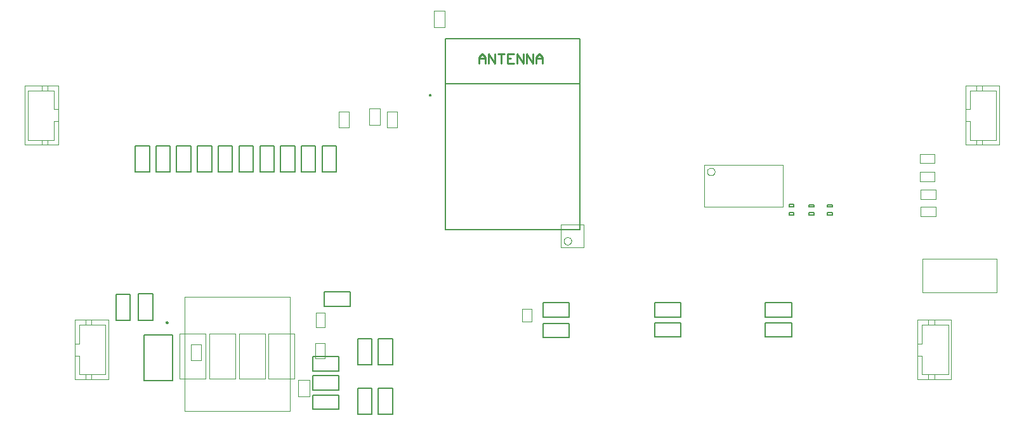
<source format=gbr>
%FSTAX23Y23*%
%MOIN*%
%SFA1B1*%

%IPPOS*%
%ADD12C,0.007874*%
%ADD13C,0.003937*%
%ADD14C,0.010000*%
%ADD15C,0.005000*%
%LNbrushed_pcb_mechanical_13-1*%
%LPD*%
G54D12*
X-00429Y006D02*
D01*
X-00429Y006*
X-00429Y006*
X-00429Y00601*
X-00429Y00601*
X-00429Y00601*
X-00429Y00601*
X-00429Y00602*
X-00429Y00602*
X-00429Y00602*
X-0043Y00602*
X-0043Y00603*
X-0043Y00603*
X-0043Y00603*
X-0043Y00603*
X-00431Y00603*
X-00431Y00603*
X-00431Y00604*
X-00431Y00604*
X-00432Y00604*
X-00432Y00604*
X-00432Y00604*
X-00432Y00604*
X-00433*
X-00433Y00604*
X-00433Y00604*
X-00434Y00604*
X-00434Y00604*
X-00434Y00604*
X-00434Y00603*
X-00435Y00603*
X-00435Y00603*
X-00435Y00603*
X-00435Y00603*
X-00435Y00603*
X-00436Y00602*
X-00436Y00602*
X-00436Y00602*
X-00436Y00602*
X-00436Y00601*
X-00436Y00601*
X-00436Y00601*
X-00436Y00601*
X-00436Y006*
X-00436Y006*
X-00437Y006*
X-00436Y006*
X-00436Y00599*
X-00436Y00599*
X-00436Y00599*
X-00436Y00599*
X-00436Y00598*
X-00436Y00598*
X-00436Y00598*
X-00436Y00598*
X-00436Y00597*
X-00435Y00597*
X-00435Y00597*
X-00435Y00597*
X-00435Y00597*
X-00435Y00596*
X-00434Y00596*
X-00434Y00596*
X-00434Y00596*
X-00434Y00596*
X-00433Y00596*
X-00433Y00596*
X-00433Y00596*
X-00432*
X-00432Y00596*
X-00432Y00596*
X-00432Y00596*
X-00431Y00596*
X-00431Y00596*
X-00431Y00596*
X-00431Y00596*
X-0043Y00597*
X-0043Y00597*
X-0043Y00597*
X-0043Y00597*
X-0043Y00597*
X-00429Y00598*
X-00429Y00598*
X-00429Y00598*
X-00429Y00598*
X-00429Y00599*
X-00429Y00599*
X-00429Y00599*
X-00429Y00599*
X-00429Y006*
X-00429Y006*
X-01811Y-00595D02*
D01*
X-01811Y-00594*
X-01811Y-00594*
X-01811Y-00594*
X-01811Y-00594*
X-01812Y-00593*
X-01812Y-00593*
X-01812Y-00593*
X-01812Y-00593*
X-01812Y-00592*
X-01812Y-00592*
X-01812Y-00592*
X-01813Y-00592*
X-01813Y-00592*
X-01813Y-00591*
X-01813Y-00591*
X-01814Y-00591*
X-01814Y-00591*
X-01814Y-00591*
X-01814Y-00591*
X-01815Y-00591*
X-01815Y-00591*
X-01815Y-00591*
X-01815*
X-01816Y-00591*
X-01816Y-00591*
X-01816Y-00591*
X-01816Y-00591*
X-01817Y-00591*
X-01817Y-00591*
X-01817Y-00591*
X-01817Y-00591*
X-01818Y-00592*
X-01818Y-00592*
X-01818Y-00592*
X-01818Y-00592*
X-01818Y-00592*
X-01819Y-00593*
X-01819Y-00593*
X-01819Y-00593*
X-01819Y-00593*
X-01819Y-00594*
X-01819Y-00594*
X-01819Y-00594*
X-01819Y-00594*
X-01819Y-00595*
X-01819Y-00595*
X-01819Y-00595*
X-01819Y-00596*
X-01819Y-00596*
X-01819Y-00596*
X-01819Y-00596*
X-01819Y-00597*
X-01819Y-00597*
X-01818Y-00597*
X-01818Y-00597*
X-01818Y-00597*
X-01818Y-00598*
X-01818Y-00598*
X-01817Y-00598*
X-01817Y-00598*
X-01817Y-00598*
X-01817Y-00598*
X-01816Y-00598*
X-01816Y-00599*
X-01816Y-00599*
X-01816Y-00599*
X-01815Y-00599*
X-01815*
X-01815Y-00599*
X-01815Y-00599*
X-01814Y-00599*
X-01814Y-00598*
X-01814Y-00598*
X-01814Y-00598*
X-01813Y-00598*
X-01813Y-00598*
X-01813Y-00598*
X-01813Y-00598*
X-01812Y-00597*
X-01812Y-00597*
X-01812Y-00597*
X-01812Y-00597*
X-01812Y-00597*
X-01812Y-00596*
X-01812Y-00596*
X-01811Y-00596*
X-01811Y-00596*
X-01811Y-00595*
X-01811Y-00595*
X-01811Y-00595*
G54D13*
X01062Y00197D02*
D01*
X01062Y00199*
X01062Y002*
X01061Y00202*
X01061Y00203*
X01061Y00204*
X0106Y00205*
X01059Y00207*
X01059Y00208*
X01058Y00209*
X01057Y0021*
X01056Y00211*
X01055Y00212*
X01054Y00213*
X01053Y00214*
X01052Y00215*
X01051Y00215*
X01049Y00216*
X01048Y00216*
X01047Y00217*
X01045Y00217*
X01044Y00217*
X01043Y00217*
X01041*
X0104Y00217*
X01039Y00217*
X01037Y00217*
X01036Y00216*
X01035Y00216*
X01033Y00215*
X01032Y00215*
X01031Y00214*
X0103Y00213*
X01029Y00212*
X01028Y00211*
X01027Y0021*
X01026Y00209*
X01025Y00208*
X01025Y00207*
X01024Y00205*
X01024Y00204*
X01023Y00203*
X01023Y00202*
X01023Y002*
X01022Y00199*
X01022Y00197*
X01022Y00196*
X01023Y00195*
X01023Y00193*
X01023Y00192*
X01024Y00191*
X01024Y00189*
X01025Y00188*
X01025Y00187*
X01026Y00186*
X01027Y00185*
X01028Y00184*
X01029Y00183*
X0103Y00182*
X01031Y00181*
X01032Y0018*
X01033Y0018*
X01035Y00179*
X01036Y00179*
X01037Y00178*
X01039Y00178*
X0104Y00178*
X01041Y00178*
X01043*
X01044Y00178*
X01045Y00178*
X01047Y00178*
X01048Y00179*
X01049Y00179*
X01051Y0018*
X01052Y0018*
X01053Y00181*
X01054Y00182*
X01055Y00183*
X01056Y00184*
X01057Y00185*
X01058Y00186*
X01059Y00187*
X01059Y00188*
X0106Y00189*
X01061Y00191*
X01061Y00192*
X01061Y00193*
X01062Y00195*
X01062Y00196*
X01062Y00197*
X00309Y-00167D02*
D01*
X00309Y-00165*
X00308Y-00164*
X00308Y-00163*
X00308Y-00161*
X00307Y-0016*
X00307Y-00159*
X00306Y-00158*
X00306Y-00156*
X00305Y-00155*
X00304Y-00154*
X00303Y-00153*
X00302Y-00152*
X00301Y-00151*
X003Y-00151*
X00299Y-0015*
X00297Y-00149*
X00296Y-00149*
X00295Y-00148*
X00294Y-00148*
X00292Y-00147*
X00291Y-00147*
X0029Y-00147*
X00288*
X00287Y-00147*
X00285Y-00147*
X00284Y-00148*
X00283Y-00148*
X00281Y-00149*
X0028Y-00149*
X00279Y-0015*
X00278Y-00151*
X00277Y-00151*
X00276Y-00152*
X00275Y-00153*
X00274Y-00154*
X00273Y-00155*
X00272Y-00156*
X00271Y-00158*
X00271Y-00159*
X0027Y-0016*
X0027Y-00161*
X0027Y-00163*
X00269Y-00164*
X00269Y-00165*
X00269Y-00167*
X00269Y-00168*
X00269Y-0017*
X0027Y-00171*
X0027Y-00172*
X0027Y-00174*
X00271Y-00175*
X00271Y-00176*
X00272Y-00177*
X00273Y-00178*
X00274Y-00179*
X00275Y-0018*
X00276Y-00181*
X00277Y-00182*
X00278Y-00183*
X00279Y-00184*
X0028Y-00185*
X00281Y-00185*
X00283Y-00186*
X00284Y-00186*
X00285Y-00186*
X00287Y-00186*
X00288Y-00186*
X0029*
X00291Y-00186*
X00292Y-00186*
X00294Y-00186*
X00295Y-00186*
X00296Y-00185*
X00297Y-00185*
X00299Y-00184*
X003Y-00183*
X00301Y-00182*
X00302Y-00181*
X00303Y-0018*
X00304Y-00179*
X00305Y-00178*
X00306Y-00177*
X00306Y-00176*
X00307Y-00175*
X00307Y-00174*
X00308Y-00172*
X00308Y-00171*
X00308Y-0017*
X00309Y-00168*
X00309Y-00167*
X-01722Y-00462D02*
X-01171D01*
Y-01061D02*
Y-00462D01*
X-01722Y-01061D02*
X-01171D01*
X-01722D02*
Y-00462D01*
X-01689Y-00795D02*
X-01636D01*
X-01689Y-00712D02*
X-01636D01*
Y-00795D02*
Y-00712D01*
X-01689Y-00795D02*
Y-00712D01*
X02139Y00242D02*
X02218D01*
X02188D02*
X02218D01*
Y00291*
X02139D02*
X02218D01*
X02139Y00242D02*
Y00291D01*
Y00147D02*
X02218D01*
X02188D02*
X02218D01*
Y00197*
X02139D02*
X02218D01*
X02139Y00147D02*
Y00197D01*
X02143Y00053D02*
X02222D01*
X02192D02*
X02222D01*
Y00102*
X02143D02*
X02222D01*
X02143Y00053D02*
Y00102D01*
Y-00037D02*
X02222D01*
X02192D02*
X02222D01*
Y00012*
X02143D02*
X02222D01*
X02143Y-00037D02*
Y00012D01*
X02154Y-00436D02*
X02544D01*
X02154D02*
Y-00259D01*
X02544Y-00436D02*
Y-00259D01*
X02154D02*
X02544D01*
X02379Y00338D02*
Y00649D01*
X02556D01*
Y00338D02*
Y00649D01*
X02379Y00338D02*
X02556D01*
X0254Y00364D02*
Y00624D01*
X02379Y00462D02*
X02403D01*
X02468Y00338D02*
Y00364D01*
X02403Y00624D02*
X0254D01*
X02436D02*
Y00649D01*
X02468Y00624D02*
Y00649D01*
X02436Y00338D02*
Y00364D01*
X02403D02*
X0254D01*
X02379Y00525D02*
X02403D01*
Y00624*
Y00364D02*
Y00462D01*
X-0066Y00431D02*
Y00513D01*
X-00607Y00431D02*
Y00513D01*
X-0066D02*
X-00607D01*
X-0066Y00431D02*
X-00607D01*
X-00753Y00444D02*
X-00696D01*
X-00753Y00531D02*
X-00696D01*
Y00444D02*
Y00531D01*
X-00753Y00444D02*
Y00531D01*
X-01594Y-00655D02*
X-01456D01*
X-01594Y-00891D02*
X-01456D01*
Y-00655*
X-01594Y-00891D02*
Y-00655D01*
X-01438Y-00891D02*
X-01301D01*
X-01438Y-00655D02*
X-01301D01*
X-01438Y-00891D02*
Y-00655D01*
X-01301Y-00891D02*
Y-00655D01*
X-01283Y-00891D02*
X-01145D01*
X-01283Y-00655D02*
X-01145D01*
X-01283Y-00891D02*
Y-00655D01*
X-01145Y-00891D02*
Y-00655D01*
X-0175Y-00655D02*
X-01613D01*
X-0175Y-00891D02*
X-01613D01*
Y-00655*
X-0175Y-00891D02*
Y-00655D01*
X-01035Y-00783D02*
X-00986D01*
X-01035D02*
Y-00704D01*
X-00986*
Y-00734D02*
Y-00704D01*
Y-00783D02*
Y-00704D01*
X-01034Y-00622D02*
X-00985D01*
X-01034D02*
Y-00543D01*
X-00985*
Y-00573D02*
Y-00543D01*
Y-00622D02*
Y-00543D01*
X-01125Y-00984D02*
X-01068D01*
X-01125Y-00898D02*
X-01068D01*
X-01125Y-00984D02*
Y-00898D01*
X-01068Y-00984D02*
Y-00898D01*
X-02277Y-00868D02*
Y-00769D01*
Y-00706D02*
Y-00608D01*
X-02301Y-00706D02*
X-02277D01*
Y-00868D02*
X-02139D01*
X-02244Y-00893D02*
Y-00868D01*
X-02212Y-00608D02*
Y-00582D01*
X-02244Y-00608D02*
Y-00582D01*
X-02277Y-00608D02*
X-02139D01*
X-02212Y-00893D02*
Y-00868D01*
X-02301Y-00769D02*
X-02277D01*
X-02139Y-00868D02*
Y-00608D01*
X-02301Y-00893D02*
X-02124D01*
Y-00582D01*
X-02301D02*
X-02124D01*
X-02301Y-00893D02*
Y-00582D01*
X-02385Y00338D02*
Y00649D01*
X-02563Y00338D02*
X-02385D01*
X-02563D02*
Y00649D01*
X-02385D01*
X-02547Y00363D02*
Y00623D01*
X-02409Y00525D02*
X-02385D01*
X-02474Y00623D02*
Y00649D01*
X-02547Y00363D02*
X-02409D01*
X-02443Y00338D02*
Y00363D01*
X-02474Y00338D02*
Y00363D01*
X-02443Y00623D02*
Y00649D01*
X-02547Y00623D02*
X-02409D01*
Y00462D02*
X-02385D01*
X-02409Y00363D02*
Y00462D01*
Y00525D02*
Y00623D01*
X0005Y-00592D02*
X00099D01*
X0005D02*
Y-00525D01*
X00099*
Y-00592D02*
Y-00525D01*
X-00914Y00513D02*
X-00861D01*
X-00914Y00431D02*
X-00861D01*
X-00914D02*
Y00513D01*
X-00861Y00431D02*
Y00513D01*
X-00414Y01044D02*
X-00357D01*
X-00414Y00957D02*
X-00357D01*
Y01044*
X-00414Y00957D02*
Y01044D01*
X01007Y00233D02*
X0142D01*
X01007Y00012D02*
X0142D01*
X01007D02*
Y00233D01*
X0142Y00012D02*
Y00233D01*
X00253Y-00202D02*
Y-0008D01*
X00375Y-00202D02*
Y-0008D01*
X00253Y-00202D02*
X00375D01*
X00253Y-0008D02*
X00375D01*
X02128Y-00893D02*
Y-00582D01*
X02305D01*
X02305Y-00893D02*
Y-00582D01*
X02128Y-00893D02*
X02305D01*
X02289Y-00868D02*
Y-00608D01*
X02128Y-00769D02*
X02151D01*
X02216Y-00893D02*
Y-00868D01*
X02151Y-00608D02*
X02289D01*
X02185D02*
Y-00582D01*
X02216Y-00608D02*
Y-00582D01*
X02185Y-00893D02*
Y-00868D01*
X02151D02*
X02289D01*
X02128Y-00706D02*
X02151D01*
Y-00608*
Y-00868D02*
Y-00769D01*
G54D14*
X-00177Y00767D02*
Y00801D01*
X-0016Y00817*
X-00143Y00801*
Y00767*
Y00792*
X-00177*
X-00127Y00767D02*
Y00817D01*
X-00093Y00767*
Y00817*
X-00077D02*
X-00043D01*
X-0006*
Y00767*
X00006Y00817D02*
X-00027D01*
Y00767*
X00006*
X-00027Y00792D02*
X-0001D01*
X00022Y00767D02*
Y00817D01*
X00056Y00767*
Y00817*
X00072Y00767D02*
Y00817D01*
X00106Y00767*
Y00817*
X00122Y00767D02*
Y00801D01*
X00139Y00817*
X00156Y00801*
Y00767*
Y00792*
X00122*
G54D15*
X-00705Y-01078D02*
X-0063D01*
X-00705Y-0094D02*
X-0063D01*
Y-01078D02*
Y-0094D01*
X-00705Y-01078D02*
Y-0094D01*
X-00813Y-01078D02*
X-00739D01*
X-00813Y-0094D02*
X-00739D01*
Y-01078D02*
Y-0094D01*
X-00813Y-01078D02*
Y-0094D01*
X01453Y-00031D02*
Y-00018D01*
X01478Y-00031D02*
Y-00018D01*
X01453Y-00031D02*
X01478D01*
X01453Y-00018D02*
X01478D01*
X01558Y-00031D02*
Y-00018D01*
X01583Y-00031D02*
Y-00018D01*
X01558Y-00031D02*
X01583D01*
X01558Y-00018D02*
X01583D01*
Y00012D02*
Y00024D01*
X01558Y00012D02*
Y00024D01*
X01583*
X01558Y00012D02*
X01583D01*
X01655Y-00031D02*
Y-00018D01*
X01681Y-00031D02*
Y-00018D01*
X01655D02*
X01681D01*
X01655Y-00031D02*
X01681D01*
Y00012D02*
Y00024D01*
X01655Y00012D02*
Y00024D01*
Y00012D02*
X01681D01*
X01655Y00024D02*
X01681D01*
X01478Y00013D02*
Y00025D01*
X01453Y00013D02*
Y00025D01*
X01478*
X01453Y00013D02*
X01478D01*
X-01051Y-00775D02*
X-00913D01*
X-01051Y-0085D02*
X-00913D01*
Y-00775*
X-01051Y-0085D02*
Y-00775D01*
Y-00874D02*
X-00913D01*
X-01051Y-00949D02*
X-00913D01*
Y-00874*
X-01051Y-00949D02*
Y-00874D01*
Y-01051D02*
X-00913D01*
X-01051Y-00976D02*
X-00913D01*
X-01051Y-01051D02*
Y-00976D01*
X-00913Y-01051D02*
Y-00976D01*
X-0099Y-00435D02*
X-00852D01*
X-0099Y-00509D02*
X-00852D01*
Y-00435*
X-0099Y-00509D02*
Y-00435D01*
X-01328Y00196D02*
X-01253D01*
X-01328Y00333D02*
X-01253D01*
Y00196D02*
Y00333D01*
X-01328Y00196D02*
Y00333D01*
X-01437Y00196D02*
X-01363D01*
X-01437Y00333D02*
X-01363D01*
Y00196D02*
Y00333D01*
X-01437Y00196D02*
Y00333D01*
X-01546Y00196D02*
X-01472D01*
X-01546Y00333D02*
X-01472D01*
Y00196D02*
Y00333D01*
X-01546Y00196D02*
Y00333D01*
X-01656Y00196D02*
X-01581D01*
X-01656Y00333D02*
X-01581D01*
Y00196D02*
Y00333D01*
X-01656Y00196D02*
Y00333D01*
X-01874Y00196D02*
X-01799D01*
X-01874Y00333D02*
X-01799D01*
Y00196D02*
Y00333D01*
X-01874Y00196D02*
Y00333D01*
X-01983Y00196D02*
X-01908D01*
X-01983Y00333D02*
X-01908D01*
Y00196D02*
Y00333D01*
X-01983Y00196D02*
Y00333D01*
X-01765Y00196D02*
X-0169D01*
X-01765Y00333D02*
X-0169D01*
Y00196D02*
Y00333D01*
X-01765Y00196D02*
Y00333D01*
X-0111Y00196D02*
X-01035D01*
X-0111Y00333D02*
X-01035D01*
Y00196D02*
Y00333D01*
X-0111Y00196D02*
Y00333D01*
X-01219Y00196D02*
X-01144D01*
X-01219Y00333D02*
X-01144D01*
Y00196D02*
Y00333D01*
X-01219Y00196D02*
Y00333D01*
X-01001Y00196D02*
X-00926D01*
X-01001Y00333D02*
X-00926D01*
Y00196D02*
Y00333D01*
X-01001Y00196D02*
Y00333D01*
X-00354Y-00108D02*
Y00659D01*
Y-00108D02*
X00354D01*
Y00659D02*
Y00895D01*
X-00354D02*
X00354D01*
Y-00108D02*
Y00659D01*
X-00354D02*
Y00895D01*
Y00659D02*
X00354D01*
X-01788Y-00899D02*
Y-00662D01*
X-01938Y-00899D02*
X-01788D01*
X-01938D02*
Y-00662D01*
X-01788*
X00885Y-00566D02*
Y-00491D01*
X00747Y-00566D02*
Y-00491D01*
X00885*
X00747Y-00566D02*
X00885D01*
X00297D02*
Y-00491D01*
X00159Y-00566D02*
Y-00491D01*
X00297*
X00159Y-00566D02*
X00297D01*
X01466D02*
Y-00491D01*
X01328Y-00566D02*
Y-00491D01*
X01466*
X01328Y-00566D02*
X01466D01*
X00885Y-00672D02*
Y-00597D01*
X00747Y-00672D02*
Y-00597D01*
X00885*
X00747Y-00672D02*
X00885D01*
X00298Y-00673D02*
Y-00599D01*
X0016Y-00673D02*
Y-00599D01*
X00298*
X0016Y-00673D02*
X00298D01*
X01466Y-00672D02*
Y-00597D01*
X01328Y-00672D02*
Y-00597D01*
X01466*
X01328Y-00672D02*
X01466D01*
X-00705Y-00818D02*
X-0063D01*
X-00705Y-0068D02*
X-0063D01*
Y-00818D02*
Y-0068D01*
X-00705Y-00818D02*
Y-0068D01*
X-00813Y-00818D02*
X-00739D01*
X-00813Y-0068D02*
X-00739D01*
Y-00818D02*
Y-0068D01*
X-00813Y-00818D02*
Y-0068D01*
X-01965Y-00445D02*
X-0189D01*
X-01965Y-00583D02*
X-0189D01*
X-01965D02*
Y-00445D01*
X-0189Y-00583D02*
Y-00445D01*
X-02084Y-00446D02*
X-02009D01*
X-02084Y-00584D02*
X-02009D01*
X-02084D02*
Y-00446D01*
X-02009Y-00584D02*
Y-00446D01*
M02*
</source>
